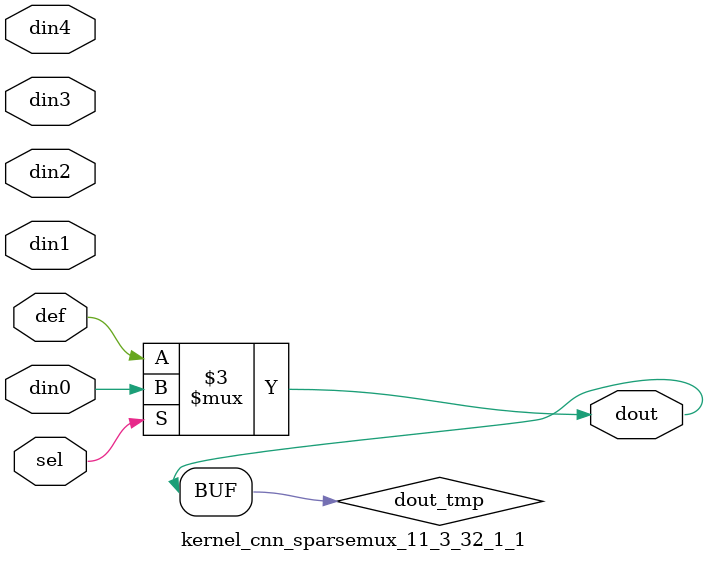
<source format=v>
`timescale 1ns / 1ps

module kernel_cnn_sparsemux_11_3_32_1_1 (din0,din1,din2,din3,din4,def,sel,dout);

parameter din0_WIDTH = 1;

parameter din1_WIDTH = 1;

parameter din2_WIDTH = 1;

parameter din3_WIDTH = 1;

parameter din4_WIDTH = 1;

parameter def_WIDTH = 1;
parameter sel_WIDTH = 1;
parameter dout_WIDTH = 1;

parameter [sel_WIDTH-1:0] CASE0 = 1;

parameter [sel_WIDTH-1:0] CASE1 = 1;

parameter [sel_WIDTH-1:0] CASE2 = 1;

parameter [sel_WIDTH-1:0] CASE3 = 1;

parameter [sel_WIDTH-1:0] CASE4 = 1;

parameter ID = 1;
parameter NUM_STAGE = 1;



input [din0_WIDTH-1:0] din0;

input [din1_WIDTH-1:0] din1;

input [din2_WIDTH-1:0] din2;

input [din3_WIDTH-1:0] din3;

input [din4_WIDTH-1:0] din4;

input [def_WIDTH-1:0] def;
input [sel_WIDTH-1:0] sel;

output [dout_WIDTH-1:0] dout;



reg [dout_WIDTH-1:0] dout_tmp;

always @ (*) begin
case (sel)
    
    CASE0 : dout_tmp = din0;
    
    CASE1 : dout_tmp = din1;
    
    CASE2 : dout_tmp = din2;
    
    CASE3 : dout_tmp = din3;
    
    CASE4 : dout_tmp = din4;
    
    default : dout_tmp = def;
endcase
end


assign dout = dout_tmp;



endmodule

</source>
